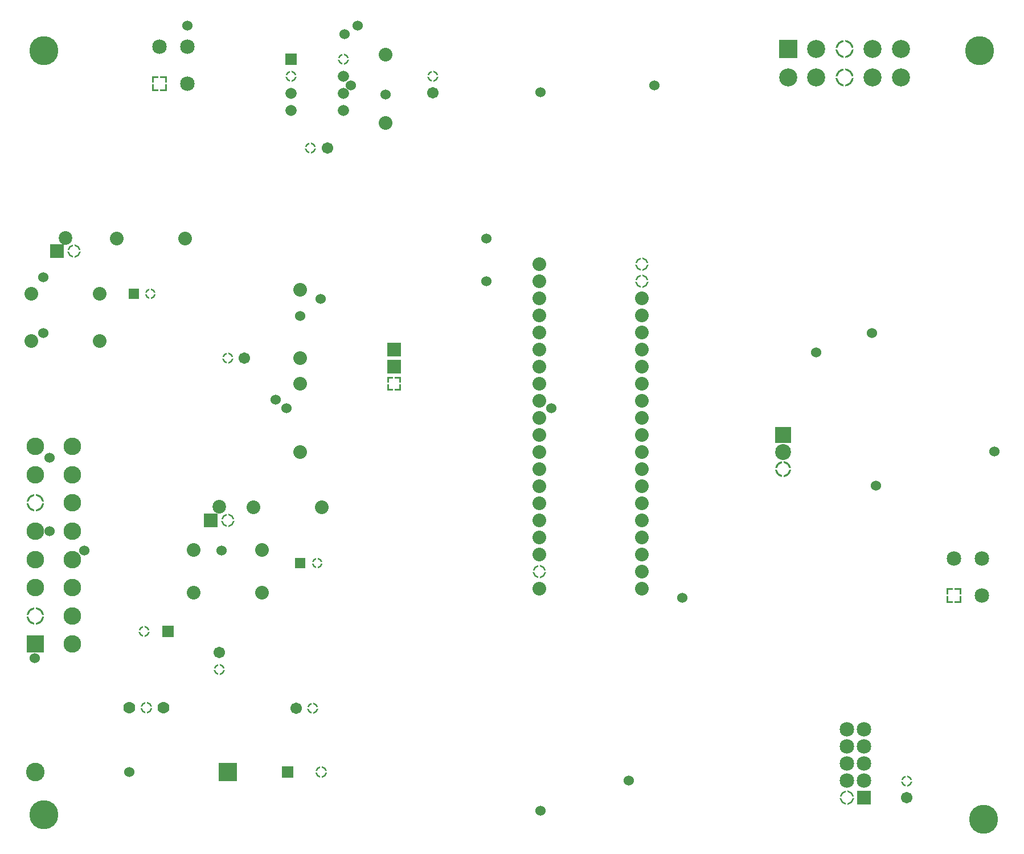
<source format=gbr>
G04 DesignSpark PCB Gerber Version 9.0 Build 5138 *
%FSLAX35Y35*%
%MOIN*%
%ADD124R,0.06331X0.06331*%
%ADD132R,0.06563X0.06563*%
%ADD138R,0.06724X0.06724*%
%ADD122R,0.07020X0.07020*%
%ADD130R,0.07965X0.07965*%
%ADD135R,0.08000X0.08000*%
%ADD128R,0.08496X0.08496*%
%ADD126R,0.09323X0.09323*%
%ADD108R,0.10268X0.10268*%
%ADD137R,0.10563X0.10563*%
%ADD114R,0.10858X0.10858*%
%ADD106C,0.06000*%
%ADD133C,0.06563*%
%ADD119C,0.06724*%
%ADD112C,0.06961*%
%ADD131C,0.07965*%
%ADD110C,0.08000*%
%ADD129C,0.08496*%
%ADD127C,0.09323*%
%ADD109C,0.10268*%
%ADD117C,0.10563*%
%ADD115C,0.10858*%
%ADD107C,0.16961*%
%AMT145*0 Thermal pad*4,1,6,0.03000,0.00500,0.03000,0.03000,0.00500,0.03000,0.00500,0.04000,0.04000,0.04000,0.04000,0.00500,0.03000,0.00500,0*4,1,6,-0.00500,0.03000,-0.03000,0.03000,-0.03000,0.00500,-0.04000,0.00500,-0.04000,0.04000,-0.00500,0.04000,-0.00500,0.03000,0*4,1,6,-0.03000,-0.00500,-0.03000,-0.03000,-0.00500,-0.03000,-0.00500,-0.04000,-0.04000,-0.04000,-0.04000,-0.00500,-0.03000,-0.00500,0*4,1,6,0.00500,-0.03000,0.03000,-0.03000,0.03000,-0.00500,0.04000,-0.00500,0.04000,-0.04000,0.00500,-0.04000,0.00500,-0.03000,0*%
%ADD145T145*%
%AMT144*0 Thermal pad*4,1,6,0.03248,0.00500,0.03248,0.03248,0.00500,0.03248,0.00500,0.04248,0.04248,0.04248,0.04248,0.00500,0.03248,0.00500,0*4,1,6,-0.00500,0.03248,-0.03248,0.03248,-0.03248,0.00500,-0.04248,0.00500,-0.04248,0.04248,-0.00500,0.04248,-0.00500,0.03248,0*4,1,6,-0.03248,-0.00500,-0.03248,-0.03248,-0.00500,-0.03248,-0.00500,-0.04248,-0.04248,-0.04248,-0.04248,-0.00500,-0.03248,-0.00500,0*4,1,6,0.00500,-0.03248,0.03248,-0.03248,0.03248,-0.00500,0.04248,-0.00500,0.04248,-0.04248,0.00500,-0.04248,0.00500,-0.03248,0*%
%ADD144T144*%
%AMT140*0 Thermal pad*7,0,0,0.06331,0.04331,0.01000,0*%
%ADD140T140*%
%AMT134*0 Thermal pad*7,0,0,0.06563,0.04563,0.01000,0*%
%ADD134T134*%
%AMT120*0 Thermal pad*7,0,0,0.06724,0.04724,0.01000,0*%
%ADD120T120*%
%AMT113*0 Thermal pad*7,0,0,0.06961,0.04961,0.01000,0*%
%ADD113T113*%
%AMT139*0 Thermal pad*7,0,0,0.07020,0.05020,0.01000,0*%
%ADD139T139*%
%AMT143*0 Thermal pad*7,0,0,0.07965,0.05965,0.01000,0*%
%ADD143T143*%
%AMT111*0 Thermal pad*7,0,0,0.08000,0.06000,0.01000,0*%
%ADD111T111*%
%AMT142*0 Thermal pad*7,0,0,0.08496,0.06496,0.01000,0*%
%ADD142T142*%
%AMT141*0 Thermal pad*7,0,0,0.09323,0.07323,0.01000,0*%
%ADD141T141*%
%AMT136*0 Thermal pad*7,0,0,0.10268,0.08268,0.01000,0*%
%ADD136T136*%
%AMT118*0 Thermal pad*7,0,0,0.10563,0.08563,0.01000,0*%
%ADD118T118*%
X0Y0D02*
D02*
D106*
X17549Y115009D03*
X22588Y305246D03*
Y338002D03*
X26368Y189340D03*
Y232175D03*
X46525Y178002D03*
X72982Y48238D03*
X106998Y485403D03*
X127155Y178002D03*
X158651Y266191D03*
X164950Y261151D03*
X173100Y315324D03*
X185108Y325403D03*
X198966Y480364D03*
X202746Y450128D03*
X206525Y485403D03*
X222903Y445088D03*
X282116Y335482D03*
Y360679D03*
X313612Y25561D03*
Y446348D03*
X319911Y261151D03*
X365265Y43198D03*
X380383Y450128D03*
X396761Y150285D03*
X474872Y293907D03*
X507628Y305246D03*
X510147Y215797D03*
X579439Y235954D03*
D02*
D107*
X23100Y23159D03*
Y470659D03*
X570600D03*
X573100Y20659D03*
D02*
D108*
X18100Y123159D03*
D02*
D109*
Y156230D03*
Y172765D03*
Y189301D03*
Y222372D03*
Y238907D03*
X39754Y123159D03*
Y139694D03*
Y156230D03*
Y172765D03*
Y189301D03*
Y205836D03*
Y222372D03*
Y238907D03*
D02*
D110*
X15600Y300659D03*
Y328159D03*
X55600Y300659D03*
Y328159D03*
X65738Y360659D03*
X105738D03*
X110600Y153159D03*
Y178159D03*
X145600Y203159D03*
X150600Y153159D03*
Y178159D03*
X173100Y235659D03*
Y275659D03*
Y290659D03*
Y330659D03*
X185600Y203159D03*
X223100Y428159D03*
Y468159D03*
X313100Y155659D03*
Y175659D03*
Y185659D03*
Y195659D03*
Y205659D03*
Y215659D03*
Y225659D03*
Y235659D03*
Y245659D03*
Y255659D03*
Y265659D03*
Y275659D03*
Y285659D03*
Y295659D03*
Y305659D03*
Y315659D03*
Y325659D03*
Y335659D03*
Y345659D03*
X373100Y155659D03*
Y165659D03*
Y175659D03*
Y185659D03*
Y195659D03*
Y205659D03*
Y215659D03*
Y225659D03*
Y235659D03*
Y245659D03*
Y255659D03*
Y265659D03*
Y275659D03*
Y285659D03*
Y295659D03*
Y305659D03*
Y315659D03*
Y325659D03*
D02*
D111*
X313100Y165659D03*
X373100Y335659D03*
Y345659D03*
D02*
D112*
X73100Y86033D03*
X93100D03*
D02*
D113*
X83100D03*
D02*
D114*
X130600Y48159D03*
D02*
D115*
X18002D03*
D02*
D117*
X458494Y455009D03*
X475029D03*
Y471545D03*
X508100Y455009D03*
Y471545D03*
X524635Y455009D03*
Y471545D03*
D02*
D118*
X491565Y455009D03*
Y471545D03*
D02*
D119*
X125600Y118159D03*
X140443Y290659D03*
X170600Y85659D03*
X188887Y413592D03*
X250600Y445817D03*
X528100Y33159D03*
D02*
D120*
X81820Y130659D03*
X125600Y108317D03*
X130600Y290659D03*
X179045Y413592D03*
X180443Y85659D03*
X250600Y455659D03*
X528100Y43002D03*
D02*
D122*
X165600Y48159D03*
D02*
D124*
X75600Y328159D03*
X173100Y170659D03*
D02*
D126*
X455600Y245659D03*
D02*
D127*
Y235659D03*
D02*
D128*
X503100Y33159D03*
D02*
D129*
X90600Y473041D03*
X107135Y451387D03*
Y473041D03*
X493100Y43159D03*
Y53159D03*
Y63159D03*
Y73159D03*
X503100Y43159D03*
Y53159D03*
Y63159D03*
Y73159D03*
X555502Y173198D03*
X572037Y151545D03*
Y173198D03*
D02*
D130*
X30600Y353159D03*
X120600Y195659D03*
D02*
D131*
X35600Y361033D03*
X125600Y203533D03*
D02*
D132*
X167726Y465659D03*
D02*
D133*
Y435659D03*
Y445659D03*
X198474Y435659D03*
Y445659D03*
Y455659D03*
D02*
D134*
X167726D03*
X198474Y465659D03*
D02*
D135*
X228100Y285659D03*
Y295659D03*
D02*
D136*
X18100Y139694D03*
Y205836D03*
D02*
D137*
X458494Y471545D03*
D02*
D138*
X95600Y130659D03*
D02*
D139*
X185285Y48159D03*
D02*
D140*
X85443Y328159D03*
X182943Y170659D03*
D02*
D141*
X455600Y225659D03*
D02*
D142*
X493100Y33159D03*
D02*
D143*
X40600Y353159D03*
X130600Y195659D03*
D02*
D144*
X90600Y451387D03*
X555502Y151545D03*
D02*
D145*
X228100Y275659D03*
X0Y0D02*
M02*

</source>
